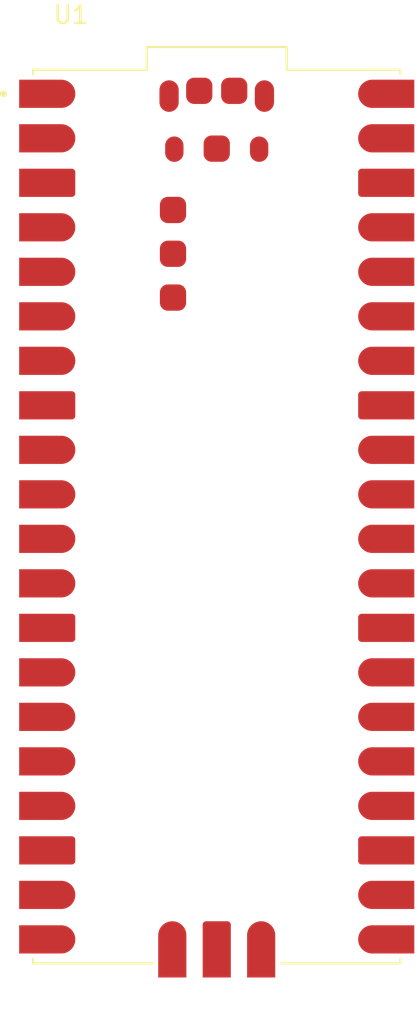
<source format=kicad_pcb>
(kicad_pcb (version 20211014) (generator pcbnew)
  (layers (0 "F.Cu" signal) (31 "B.Cu" signal) (34 "B.Paste" user) (35 "F.Paste" user) (36 "B.SilkS" user "B.Silkscreen") (37 "F.SilkS" user "F.Silkscreen") (38 "B.Mask" user) (39 "F.Mask" user) (44 "Edge.Cuts" user))
  (net 0 "")
  (net 3 "Net-(U1-Pad13)")
  (net 43 "Net-(U1-PadA)")
  (footprint "Rp_Pico_Evaluation_board:MODULE_SC0915" (layer "F.Cu") (at 157.48 88.9)
    (fp_text reference "U1" (at -8.325 -28.635) (layer "F.SilkS"))
    (fp_text value "SC0915")
    (pad "1" smd custom locked (at -9.69 -24.13) (size 1 1) (layers "F.Cu") (options (clearance outline) (anchor rect)) (primitives (gr_poly (pts (xy -1.6 0.8) (xy -1.6 -0.8) (xy 0.8 -0.8) (xy 0.842 -0.799) (xy 0.884 -0.796) (xy 0.925 -0.79) (xy 0.966 -0.783) (xy 1.007 -0.773) (xy 1.047 -0.761) (xy 1.087 -0.747) (xy 1.125 -0.731) (xy 1.163 -0.713) (xy 1.2 -0.693) (xy 1.236 -0.671) (xy 1.27 -0.647) (xy 1.303 -0.622) (xy 1.335 -0.595) (xy 1.366 -0.566) (xy 1.395 -0.535) (xy 1.422 -0.503) (xy 1.447 -0.47) (xy 1.471 -0.436) (xy 1.493 -0.4) (xy 1.513 -0.363) (xy 1.531 -0.325) (xy 1.547 -0.287) (xy 1.561 -0.247) (xy 1.573 -0.207) (xy 1.583 -0.166) (xy 1.59 -0.125) (xy 1.596 -0.084) (xy 1.599 -0.042) (xy 1.6 0) (xy 1.599 0.042) (xy 1.596 0.084) (xy 1.59 0.125) (xy 1.583 0.166) (xy 1.573 0.207) (xy 1.561 0.247) (xy 1.547 0.287) (xy 1.531 0.325) (xy 1.513 0.363) (xy 1.493 0.4) (xy 1.471 0.436) (xy 1.447 0.47) (xy 1.422 0.503) (xy 1.395 0.535) (xy 1.366 0.566) (xy 1.335 0.595) (xy 1.303 0.622) (xy 1.27 0.647) (xy 1.236 0.671) (xy 1.2 0.693) (xy 1.163 0.713) (xy 1.125 0.731) (xy 1.087 0.747) (xy 1.047 0.761) (xy 1.007 0.773) (xy 0.966 0.783) (xy 0.925 0.79) (xy 0.884 0.796) (xy 0.842 0.799) (xy 0.8 0.8) (xy -1.6 0.8)) (width 0.01) (fill yes))))
    (pad "2" smd custom locked (at -9.69 -21.59) (size 1 1) (layers "F.Cu") (options (clearance outline) (anchor rect)) (primitives (gr_poly (pts (xy -1.6 0.8) (xy -1.6 -0.8) (xy 0.8 -0.8) (xy 0.842 -0.799) (xy 0.884 -0.796) (xy 0.925 -0.79) (xy 0.966 -0.783) (xy 1.007 -0.773) (xy 1.047 -0.761) (xy 1.087 -0.747) (xy 1.125 -0.731) (xy 1.163 -0.713) (xy 1.2 -0.693) (xy 1.236 -0.671) (xy 1.27 -0.647) (xy 1.303 -0.622) (xy 1.335 -0.595) (xy 1.366 -0.566) (xy 1.395 -0.535) (xy 1.422 -0.503) (xy 1.447 -0.47) (xy 1.471 -0.436) (xy 1.493 -0.4) (xy 1.513 -0.363) (xy 1.531 -0.325) (xy 1.547 -0.287) (xy 1.561 -0.247) (xy 1.573 -0.207) (xy 1.583 -0.166) (xy 1.59 -0.125) (xy 1.596 -0.084) (xy 1.599 -0.042) (xy 1.6 0) (xy 1.599 0.042) (xy 1.596 0.084) (xy 1.59 0.125) (xy 1.583 0.166) (xy 1.573 0.207) (xy 1.561 0.247) (xy 1.547 0.287) (xy 1.531 0.325) (xy 1.513 0.363) (xy 1.493 0.4) (xy 1.471 0.436) (xy 1.447 0.47) (xy 1.422 0.503) (xy 1.395 0.535) (xy 1.366 0.566) (xy 1.335 0.595) (xy 1.303 0.622) (xy 1.27 0.647) (xy 1.236 0.671) (xy 1.2 0.693) (xy 1.163 0.713) (xy 1.125 0.731) (xy 1.087 0.747) (xy 1.047 0.761) (xy 1.007 0.773) (xy 0.966 0.783) (xy 0.925 0.79) (xy 0.884 0.796) (xy 0.842 0.799) (xy 0.8 0.8) (xy -1.6 0.8)) (width 0.01) (fill yes))))
    (pad "3" smd custom locked (at -9.69 -19.05) (size 1 1) (layers "F.Cu") (net 3 "Net-(U1-Pad13)") (options (clearance outline) (anchor rect)) (primitives (gr_poly (pts (xy -1.6 0.8) (xy -1.6 -0.8) (xy 1.4 -0.8) (xy 1.41 -0.8) (xy 1.421 -0.799) (xy 1.431 -0.798) (xy 1.442 -0.796) (xy 1.452 -0.793) (xy 1.462 -0.79) (xy 1.472 -0.787) (xy 1.481 -0.783) (xy 1.491 -0.778) (xy 1.5 -0.773) (xy 1.509 -0.768) (xy 1.518 -0.762) (xy 1.526 -0.755) (xy 1.534 -0.749) (xy 1.541 -0.741) (xy 1.549 -0.734) (xy 1.555 -0.726) (xy 1.562 -0.718) (xy 1.568 -0.709) (xy 1.573 -0.7) (xy 1.578 -0.691) (xy 1.583 -0.681) (xy 1.587 -0.672) (xy 1.59 -0.662) (xy 1.593 -0.652) (xy 1.596 -0.642) (xy 1.598 -0.631) (xy 1.599 -0.621) (xy 1.6 -0.61) (xy 1.6 -0.6) (xy 1.6 0.6) (xy 1.6 0.61) (xy 1.599 0.621) (xy 1.598 0.631) (xy 1.596 0.642) (xy 1.593 0.652) (xy 1.59 0.662) (xy 1.587 0.672) (xy 1.583 0.681) (xy 1.578 0.691) (xy 1.573 0.7) (xy 1.568 0.709) (xy 1.562 0.718) (xy 1.555 0.726) (xy 1.549 0.734) (xy 1.541 0.741) (xy 1.534 0.749) (xy 1.526 0.755) (xy 1.518 0.762) (xy 1.509 0.768) (xy 1.5 0.773) (xy 1.491 0.778) (xy 1.481 0.783) (xy 1.472 0.787) (xy 1.462 0.79) (xy 1.452 0.793) (xy 1.442 0.796) (xy 1.431 0.798) (xy 1.421 0.799) (xy 1.41 0.8) (xy 1.4 0.8) (xy -1.6 0.8)) (width 0.01) (fill yes))))
    (pad "4" smd custom locked (at -9.69 -16.51) (size 1 1) (layers "F.Cu") (options (clearance outline) (anchor rect)) (primitives (gr_poly (pts (xy -1.6 0.8) (xy -1.6 -0.8) (xy 0.8 -0.8) (xy 0.842 -0.799) (xy 0.884 -0.796) (xy 0.925 -0.79) (xy 0.966 -0.783) (xy 1.007 -0.773) (xy 1.047 -0.761) (xy 1.087 -0.747) (xy 1.125 -0.731) (xy 1.163 -0.713) (xy 1.2 -0.693) (xy 1.236 -0.671) (xy 1.27 -0.647) (xy 1.303 -0.622) (xy 1.335 -0.595) (xy 1.366 -0.566) (xy 1.395 -0.535) (xy 1.422 -0.503) (xy 1.447 -0.47) (xy 1.471 -0.436) (xy 1.493 -0.4) (xy 1.513 -0.363) (xy 1.531 -0.325) (xy 1.547 -0.287) (xy 1.561 -0.247) (xy 1.573 -0.207) (xy 1.583 -0.166) (xy 1.59 -0.125) (xy 1.596 -0.084) (xy 1.599 -0.042) (xy 1.6 0) (xy 1.599 0.042) (xy 1.596 0.084) (xy 1.59 0.125) (xy 1.583 0.166) (xy 1.573 0.207) (xy 1.561 0.247) (xy 1.547 0.287) (xy 1.531 0.325) (xy 1.513 0.363) (xy 1.493 0.4) (xy 1.471 0.436) (xy 1.447 0.47) (xy 1.422 0.503) (xy 1.395 0.535) (xy 1.366 0.566) (xy 1.335 0.595) (xy 1.303 0.622) (xy 1.27 0.647) (xy 1.236 0.671) (xy 1.2 0.693) (xy 1.163 0.713) (xy 1.125 0.731) (xy 1.087 0.747) (xy 1.047 0.761) (xy 1.007 0.773) (xy 0.966 0.783) (xy 0.925 0.79) (xy 0.884 0.796) (xy 0.842 0.799) (xy 0.8 0.8) (xy -1.6 0.8)) (width 0.01) (fill yes))))
    (pad "5" smd custom locked (at -9.69 -13.97) (size 1 1) (layers "F.Cu") (options (clearance outline) (anchor rect)) (primitives (gr_poly (pts (xy -1.6 0.8) (xy -1.6 -0.8) (xy 0.8 -0.8) (xy 0.842 -0.799) (xy 0.884 -0.796) (xy 0.925 -0.79) (xy 0.966 -0.783) (xy 1.007 -0.773) (xy 1.047 -0.761) (xy 1.087 -0.747) (xy 1.125 -0.731) (xy 1.163 -0.713) (xy 1.2 -0.693) (xy 1.236 -0.671) (xy 1.27 -0.647) (xy 1.303 -0.622) (xy 1.335 -0.595) (xy 1.366 -0.566) (xy 1.395 -0.535) (xy 1.422 -0.503) (xy 1.447 -0.47) (xy 1.471 -0.436) (xy 1.493 -0.4) (xy 1.513 -0.363) (xy 1.531 -0.325) (xy 1.547 -0.287) (xy 1.561 -0.247) (xy 1.573 -0.207) (xy 1.583 -0.166) (xy 1.59 -0.125) (xy 1.596 -0.084) (xy 1.599 -0.042) (xy 1.6 0) (xy 1.599 0.042) (xy 1.596 0.084) (xy 1.59 0.125) (xy 1.583 0.166) (xy 1.573 0.207) (xy 1.561 0.247) (xy 1.547 0.287) (xy 1.531 0.325) (xy 1.513 0.363) (xy 1.493 0.4) (xy 1.471 0.436) (xy 1.447 0.47) (xy 1.422 0.503) (xy 1.395 0.535) (xy 1.366 0.566) (xy 1.335 0.595) (xy 1.303 0.622) (xy 1.27 0.647) (xy 1.236 0.671) (xy 1.2 0.693) (xy 1.163 0.713) (xy 1.125 0.731) (xy 1.087 0.747) (xy 1.047 0.761) (xy 1.007 0.773) (xy 0.966 0.783) (xy 0.925 0.79) (xy 0.884 0.796) (xy 0.842 0.799) (xy 0.8 0.8) (xy -1.6 0.8)) (width 0.01) (fill yes))))
    (pad "6" smd custom locked (at -9.69 -11.43) (size 1 1) (layers "F.Cu") (options (clearance outline) (anchor rect)) (primitives (gr_poly (pts (xy -1.6 0.8) (xy -1.6 -0.8) (xy 0.8 -0.8) (xy 0.842 -0.799) (xy 0.884 -0.796) (xy 0.925 -0.79) (xy 0.966 -0.783) (xy 1.007 -0.773) (xy 1.047 -0.761) (xy 1.087 -0.747) (xy 1.125 -0.731) (xy 1.163 -0.713) (xy 1.2 -0.693) (xy 1.236 -0.671) (xy 1.27 -0.647) (xy 1.303 -0.622) (xy 1.335 -0.595) (xy 1.366 -0.566) (xy 1.395 -0.535) (xy 1.422 -0.503) (xy 1.447 -0.47) (xy 1.471 -0.436) (xy 1.493 -0.4) (xy 1.513 -0.363) (xy 1.531 -0.325) (xy 1.547 -0.287) (xy 1.561 -0.247) (xy 1.573 -0.207) (xy 1.583 -0.166) (xy 1.59 -0.125) (xy 1.596 -0.084) (xy 1.599 -0.042) (xy 1.6 0) (xy 1.599 0.042) (xy 1.596 0.084) (xy 1.59 0.125) (xy 1.583 0.166) (xy 1.573 0.207) (xy 1.561 0.247) (xy 1.547 0.287) (xy 1.531 0.325) (xy 1.513 0.363) (xy 1.493 0.4) (xy 1.471 0.436) (xy 1.447 0.47) (xy 1.422 0.503) (xy 1.395 0.535) (xy 1.366 0.566) (xy 1.335 0.595) (xy 1.303 0.622) (xy 1.27 0.647) (xy 1.236 0.671) (xy 1.2 0.693) (xy 1.163 0.713) (xy 1.125 0.731) (xy 1.087 0.747) (xy 1.047 0.761) (xy 1.007 0.773) (xy 0.966 0.783) (xy 0.925 0.79) (xy 0.884 0.796) (xy 0.842 0.799) (xy 0.8 0.8) (xy -1.6 0.8)) (width 0.01) (fill yes))))
    (pad "7" smd custom locked (at -9.69 -8.89) (size 1 1) (layers "F.Cu") (options (clearance outline) (anchor rect)) (primitives (gr_poly (pts (xy -1.6 0.8) (xy -1.6 -0.8) (xy 0.8 -0.8) (xy 0.842 -0.799) (xy 0.884 -0.796) (xy 0.925 -0.79) (xy 0.966 -0.783) (xy 1.007 -0.773) (xy 1.047 -0.761) (xy 1.087 -0.747) (xy 1.125 -0.731) (xy 1.163 -0.713) (xy 1.2 -0.693) (xy 1.236 -0.671) (xy 1.27 -0.647) (xy 1.303 -0.622) (xy 1.335 -0.595) (xy 1.366 -0.566) (xy 1.395 -0.535) (xy 1.422 -0.503) (xy 1.447 -0.47) (xy 1.471 -0.436) (xy 1.493 -0.4) (xy 1.513 -0.363) (xy 1.531 -0.325) (xy 1.547 -0.287) (xy 1.561 -0.247) (xy 1.573 -0.207) (xy 1.583 -0.166) (xy 1.59 -0.125) (xy 1.596 -0.084) (xy 1.599 -0.042) (xy 1.6 0) (xy 1.599 0.042) (xy 1.596 0.084) (xy 1.59 0.125) (xy 1.583 0.166) (xy 1.573 0.207) (xy 1.561 0.247) (xy 1.547 0.287) (xy 1.531 0.325) (xy 1.513 0.363) (xy 1.493 0.4) (xy 1.471 0.436) (xy 1.447 0.47) (xy 1.422 0.503) (xy 1.395 0.535) (xy 1.366 0.566) (xy 1.335 0.595) (xy 1.303 0.622) (xy 1.27 0.647) (xy 1.236 0.671) (xy 1.2 0.693) (xy 1.163 0.713) (xy 1.125 0.731) (xy 1.087 0.747) (xy 1.047 0.761) (xy 1.007 0.773) (xy 0.966 0.783) (xy 0.925 0.79) (xy 0.884 0.796) (xy 0.842 0.799) (xy 0.8 0.8) (xy -1.6 0.8)) (width 0.01) (fill yes))))
    (pad "8" smd custom locked (at -9.69 -6.35) (size 1 1) (layers "F.Cu") (net 3 "Net-(U1-Pad13)") (options (clearance outline) (anchor rect)) (primitives (gr_poly (pts (xy -1.6 0.8) (xy -1.6 -0.8) (xy 1.4 -0.8) (xy 1.41 -0.8) (xy 1.421 -0.799) (xy 1.431 -0.798) (xy 1.442 -0.796) (xy 1.452 -0.793) (xy 1.462 -0.79) (xy 1.472 -0.787) (xy 1.481 -0.783) (xy 1.491 -0.778) (xy 1.5 -0.773) (xy 1.509 -0.768) (xy 1.518 -0.762) (xy 1.526 -0.755) (xy 1.534 -0.749) (xy 1.541 -0.741) (xy 1.549 -0.734) (xy 1.555 -0.726) (xy 1.562 -0.718) (xy 1.568 -0.709) (xy 1.573 -0.7) (xy 1.578 -0.691) (xy 1.583 -0.681) (xy 1.587 -0.672) (xy 1.59 -0.662) (xy 1.593 -0.652) (xy 1.596 -0.642) (xy 1.598 -0.631) (xy 1.599 -0.621) (xy 1.6 -0.61) (xy 1.6 -0.6) (xy 1.6 0.6) (xy 1.6 0.61) (xy 1.599 0.621) (xy 1.598 0.631) (xy 1.596 0.642) (xy 1.593 0.652) (xy 1.59 0.662) (xy 1.587 0.672) (xy 1.583 0.681) (xy 1.578 0.691) (xy 1.573 0.7) (xy 1.568 0.709) (xy 1.562 0.718) (xy 1.555 0.726) (xy 1.549 0.734) (xy 1.541 0.741) (xy 1.534 0.749) (xy 1.526 0.755) (xy 1.518 0.762) (xy 1.509 0.768) (xy 1.5 0.773) (xy 1.491 0.778) (xy 1.481 0.783) (xy 1.472 0.787) (xy 1.462 0.79) (xy 1.452 0.793) (xy 1.442 0.796) (xy 1.431 0.798) (xy 1.421 0.799) (xy 1.41 0.8) (xy 1.4 0.8) (xy -1.6 0.8)) (width 0.01) (fill yes))))
    (pad "9" smd custom locked (at -9.69 -3.81) (size 1 1) (layers "F.Cu") (options (clearance outline) (anchor rect)) (primitives (gr_poly (pts (xy -1.6 0.8) (xy -1.6 -0.8) (xy 0.8 -0.8) (xy 0.842 -0.799) (xy 0.884 -0.796) (xy 0.925 -0.79) (xy 0.966 -0.783) (xy 1.007 -0.773) (xy 1.047 -0.761) (xy 1.087 -0.747) (xy 1.125 -0.731) (xy 1.163 -0.713) (xy 1.2 -0.693) (xy 1.236 -0.671) (xy 1.27 -0.647) (xy 1.303 -0.622) (xy 1.335 -0.595) (xy 1.366 -0.566) (xy 1.395 -0.535) (xy 1.422 -0.503) (xy 1.447 -0.47) (xy 1.471 -0.436) (xy 1.493 -0.4) (xy 1.513 -0.363) (xy 1.531 -0.325) (xy 1.547 -0.287) (xy 1.561 -0.247) (xy 1.573 -0.207) (xy 1.583 -0.166) (xy 1.59 -0.125) (xy 1.596 -0.084) (xy 1.599 -0.042) (xy 1.6 0) (xy 1.599 0.042) (xy 1.596 0.084) (xy 1.59 0.125) (xy 1.583 0.166) (xy 1.573 0.207) (xy 1.561 0.247) (xy 1.547 0.287) (xy 1.531 0.325) (xy 1.513 0.363) (xy 1.493 0.4) (xy 1.471 0.436) (xy 1.447 0.47) (xy 1.422 0.503) (xy 1.395 0.535) (xy 1.366 0.566) (xy 1.335 0.595) (xy 1.303 0.622) (xy 1.27 0.647) (xy 1.236 0.671) (xy 1.2 0.693) (xy 1.163 0.713) (xy 1.125 0.731) (xy 1.087 0.747) (xy 1.047 0.761) (xy 1.007 0.773) (xy 0.966 0.783) (xy 0.925 0.79) (xy 0.884 0.796) (xy 0.842 0.799) (xy 0.8 0.8) (xy -1.6 0.8)) (width 0.01) (fill yes))))
    (pad "10" smd custom locked (at -9.69 -1.27) (size 1 1) (layers "F.Cu") (options (clearance outline) (anchor rect)) (primitives (gr_poly (pts (xy -1.6 0.8) (xy -1.6 -0.8) (xy 0.8 -0.8) (xy 0.842 -0.799) (xy 0.884 -0.796) (xy 0.925 -0.79) (xy 0.966 -0.783) (xy 1.007 -0.773) (xy 1.047 -0.761) (xy 1.087 -0.747) (xy 1.125 -0.731) (xy 1.163 -0.713) (xy 1.2 -0.693) (xy 1.236 -0.671) (xy 1.27 -0.647) (xy 1.303 -0.622) (xy 1.335 -0.595) (xy 1.366 -0.566) (xy 1.395 -0.535) (xy 1.422 -0.503) (xy 1.447 -0.47) (xy 1.471 -0.436) (xy 1.493 -0.4) (xy 1.513 -0.363) (xy 1.531 -0.325) (xy 1.547 -0.287) (xy 1.561 -0.247) (xy 1.573 -0.207) (xy 1.583 -0.166) (xy 1.59 -0.125) (xy 1.596 -0.084) (xy 1.599 -0.042) (xy 1.6 0) (xy 1.599 0.042) (xy 1.596 0.084) (xy 1.59 0.125) (xy 1.583 0.166) (xy 1.573 0.207) (xy 1.561 0.247) (xy 1.547 0.287) (xy 1.531 0.325) (xy 1.513 0.363) (xy 1.493 0.4) (xy 1.471 0.436) (xy 1.447 0.47) (xy 1.422 0.503) (xy 1.395 0.535) (xy 1.366 0.566) (xy 1.335 0.595) (xy 1.303 0.622) (xy 1.27 0.647) (xy 1.236 0.671) (xy 1.2 0.693) (xy 1.163 0.713) (xy 1.125 0.731) (xy 1.087 0.747) (xy 1.047 0.761) (xy 1.007 0.773) (xy 0.966 0.783) (xy 0.925 0.79) (xy 0.884 0.796) (xy 0.842 0.799) (xy 0.8 0.8) (xy -1.6 0.8)) (width 0.01) (fill yes))))
    (pad "11" smd custom locked (at -9.69 1.27) (size 1 1) (layers "F.Cu") (options (clearance outline) (anchor rect)) (primitives (gr_poly (pts (xy -1.6 0.8) (xy -1.6 -0.8) (xy 0.8 -0.8) (xy 0.842 -0.799) (xy 0.884 -0.796) (xy 0.925 -0.79) (xy 0.966 -0.783) (xy 1.007 -0.773) (xy 1.047 -0.761) (xy 1.087 -0.747) (xy 1.125 -0.731) (xy 1.163 -0.713) (xy 1.2 -0.693) (xy 1.236 -0.671) (xy 1.27 -0.647) (xy 1.303 -0.622) (xy 1.335 -0.595) (xy 1.366 -0.566) (xy 1.395 -0.535) (xy 1.422 -0.503) (xy 1.447 -0.47) (xy 1.471 -0.436) (xy 1.493 -0.4) (xy 1.513 -0.363) (xy 1.531 -0.325) (xy 1.547 -0.287) (xy 1.561 -0.247) (xy 1.573 -0.207) (xy 1.583 -0.166) (xy 1.59 -0.125) (xy 1.596 -0.084) (xy 1.599 -0.042) (xy 1.6 0) (xy 1.599 0.042) (xy 1.596 0.084) (xy 1.59 0.125) (xy 1.583 0.166) (xy 1.573 0.207) (xy 1.561 0.247) (xy 1.547 0.287) (xy 1.531 0.325) (xy 1.513 0.363) (xy 1.493 0.4) (xy 1.471 0.436) (xy 1.447 0.47) (xy 1.422 0.503) (xy 1.395 0.535) (xy 1.366 0.566) (xy 1.335 0.595) (xy 1.303 0.622) (xy 1.27 0.647) (xy 1.236 0.671) (xy 1.2 0.693) (xy 1.163 0.713) (xy 1.125 0.731) (xy 1.087 0.747) (xy 1.047 0.761) (xy 1.007 0.773) (xy 0.966 0.783) (xy 0.925 0.79) (xy 0.884 0.796) (xy 0.842 0.799) (xy 0.8 0.8) (xy -1.6 0.8)) (width 0.01) (fill yes))))
    (pad "12" smd custom locked (at -9.69 3.81) (size 1 1) (layers "F.Cu") (options (clearance outline) (anchor rect)) (primitives (gr_poly (pts (xy -1.6 0.8) (xy -1.6 -0.8) (xy 0.8 -0.8) (xy 0.842 -0.799) (xy 0.884 -0.796) (xy 0.925 -0.79) (xy 0.966 -0.783) (xy 1.007 -0.773) (xy 1.047 -0.761) (xy 1.087 -0.747) (xy 1.125 -0.731) (xy 1.163 -0.713) (xy 1.2 -0.693) (xy 1.236 -0.671) (xy 1.27 -0.647) (xy 1.303 -0.622) (xy 1.335 -0.595) (xy 1.366 -0.566) (xy 1.395 -0.535) (xy 1.422 -0.503) (xy 1.447 -0.47) (xy 1.471 -0.436) (xy 1.493 -0.4) (xy 1.513 -0.363) (xy 1.531 -0.325) (xy 1.547 -0.287) (xy 1.561 -0.247) (xy 1.573 -0.207) (xy 1.583 -0.166) (xy 1.59 -0.125) (xy 1.596 -0.084) (xy 1.599 -0.042) (xy 1.6 0) (xy 1.599 0.042) (xy 1.596 0.084) (xy 1.59 0.125) (xy 1.583 0.166) (xy 1.573 0.207) (xy 1.561 0.247) (xy 1.547 0.287) (xy 1.531 0.325) (xy 1.513 0.363) (xy 1.493 0.4) (xy 1.471 0.436) (xy 1.447 0.47) (xy 1.422 0.503) (xy 1.395 0.535) (xy 1.366 0.566) (xy 1.335 0.595) (xy 1.303 0.622) (xy 1.27 0.647) (xy 1.236 0.671) (xy 1.2 0.693) (xy 1.163 0.713) (xy 1.125 0.731) (xy 1.087 0.747) (xy 1.047 0.761) (xy 1.007 0.773) (xy 0.966 0.783) (xy 0.925 0.79) (xy 0.884 0.796) (xy 0.842 0.799) (xy 0.8 0.8) (xy -1.6 0.8)) (width 0.01) (fill yes))))
    (pad "13" smd custom locked (at -9.69 6.35) (size 1 1) (layers "F.Cu") (net 3 "Net-(U1-Pad13)") (options (clearance outline) (anchor rect)) (primitives (gr_poly (pts (xy -1.6 0.8) (xy -1.6 -0.8) (xy 1.4 -0.8) (xy 1.41 -0.8) (xy 1.421 -0.799) (xy 1.431 -0.798) (xy 1.442 -0.796) (xy 1.452 -0.793) (xy 1.462 -0.79) (xy 1.472 -0.787) (xy 1.481 -0.783) (xy 1.491 -0.778) (xy 1.5 -0.773) (xy 1.509 -0.768) (xy 1.518 -0.762) (xy 1.526 -0.755) (xy 1.534 -0.749) (xy 1.541 -0.741) (xy 1.549 -0.734) (xy 1.555 -0.726) (xy 1.562 -0.718) (xy 1.568 -0.709) (xy 1.573 -0.7) (xy 1.578 -0.691) (xy 1.583 -0.681) (xy 1.587 -0.672) (xy 1.59 -0.662) (xy 1.593 -0.652) (xy 1.596 -0.642) (xy 1.598 -0.631) (xy 1.599 -0.621) (xy 1.6 -0.61) (xy 1.6 -0.6) (xy 1.6 0.6) (xy 1.6 0.61) (xy 1.599 0.621) (xy 1.598 0.631) (xy 1.596 0.642) (xy 1.593 0.652) (xy 1.59 0.662) (xy 1.587 0.672) (xy 1.583 0.681) (xy 1.578 0.691) (xy 1.573 0.7) (xy 1.568 0.709) (xy 1.562 0.718) (xy 1.555 0.726) (xy 1.549 0.734) (xy 1.541 0.741) (xy 1.534 0.749) (xy 1.526 0.755) (xy 1.518 0.762) (xy 1.509 0.768) (xy 1.5 0.773) (xy 1.491 0.778) (xy 1.481 0.783) (xy 1.472 0.787) (xy 1.462 0.79) (xy 1.452 0.793) (xy 1.442 0.796) (xy 1.431 0.798) (xy 1.421 0.799) (xy 1.41 0.8) (xy 1.4 0.8) (xy -1.6 0.8)) (width 0.01) (fill yes))))
    (pad "14" smd custom locked (at -9.69 8.89) (size 1 1) (layers "F.Cu") (options (clearance outline) (anchor rect)) (primitives (gr_poly (pts (xy -1.6 0.8) (xy -1.6 -0.8) (xy 0.8 -0.8) (xy 0.842 -0.799) (xy 0.884 -0.796) (xy 0.925 -0.79) (xy 0.966 -0.783) (xy 1.007 -0.773) (xy 1.047 -0.761) (xy 1.087 -0.747) (xy 1.125 -0.731) (xy 1.163 -0.713) (xy 1.2 -0.693) (xy 1.236 -0.671) (xy 1.27 -0.647) (xy 1.303 -0.622) (xy 1.335 -0.595) (xy 1.366 -0.566) (xy 1.395 -0.535) (xy 1.422 -0.503) (xy 1.447 -0.47) (xy 1.471 -0.436) (xy 1.493 -0.4) (xy 1.513 -0.363) (xy 1.531 -0.325) (xy 1.547 -0.287) (xy 1.561 -0.247) (xy 1.573 -0.207) (xy 1.583 -0.166) (xy 1.59 -0.125) (xy 1.596 -0.084) (xy 1.599 -0.042) (xy 1.6 0) (xy 1.599 0.042) (xy 1.596 0.084) (xy 1.59 0.125) (xy 1.583 0.166) (xy 1.573 0.207) (xy 1.561 0.247) (xy 1.547 0.287) (xy 1.531 0.325) (xy 1.513 0.363) (xy 1.493 0.4) (xy 1.471 0.436) (xy 1.447 0.47) (xy 1.422 0.503) (xy 1.395 0.535) (xy 1.366 0.566) (xy 1.335 0.595) (xy 1.303 0.622) (xy 1.27 0.647) (xy 1.236 0.671) (xy 1.2 0.693) (xy 1.163 0.713) (xy 1.125 0.731) (xy 1.087 0.747) (xy 1.047 0.761) (xy 1.007 0.773) (xy 0.966 0.783) (xy 0.925 0.79) (xy 0.884 0.796) (xy 0.842 0.799) (xy 0.8 0.8) (xy -1.6 0.8)) (width 0.01) (fill yes))))
    (pad "15" smd custom locked (at -9.69 11.43) (size 1 1) (layers "F.Cu") (options (clearance outline) (anchor rect)) (primitives (gr_poly (pts (xy -1.6 0.8) (xy -1.6 -0.8) (xy 0.8 -0.8) (xy 0.842 -0.799) (xy 0.884 -0.796) (xy 0.925 -0.79) (xy 0.966 -0.783) (xy 1.007 -0.773) (xy 1.047 -0.761) (xy 1.087 -0.747) (xy 1.125 -0.731) (xy 1.163 -0.713) (xy 1.2 -0.693) (xy 1.236 -0.671) (xy 1.27 -0.647) (xy 1.303 -0.622) (xy 1.335 -0.595) (xy 1.366 -0.566) (xy 1.395 -0.535) (xy 1.422 -0.503) (xy 1.447 -0.47) (xy 1.471 -0.436) (xy 1.493 -0.4) (xy 1.513 -0.363) (xy 1.531 -0.325) (xy 1.547 -0.287) (xy 1.561 -0.247) (xy 1.573 -0.207) (xy 1.583 -0.166) (xy 1.59 -0.125) (xy 1.596 -0.084) (xy 1.599 -0.042) (xy 1.6 0) (xy 1.599 0.042) (xy 1.596 0.084) (xy 1.59 0.125) (xy 1.583 0.166) (xy 1.573 0.207) (xy 1.561 0.247) (xy 1.547 0.287) (xy 1.531 0.325) (xy 1.513 0.363) (xy 1.493 0.4) (xy 1.471 0.436) (xy 1.447 0.47) (xy 1.422 0.503) (xy 1.395 0.535) (xy 1.366 0.566) (xy 1.335 0.595) (xy 1.303 0.622) (xy 1.27 0.647) (xy 1.236 0.671) (xy 1.2 0.693) (xy 1.163 0.713) (xy 1.125 0.731) (xy 1.087 0.747) (xy 1.047 0.761) (xy 1.007 0.773) (xy 0.966 0.783) (xy 0.925 0.79) (xy 0.884 0.796) (xy 0.842 0.799) (xy 0.8 0.8) (xy -1.6 0.8)) (width 0.01) (fill yes))))
    (pad "16" smd custom locked (at -9.69 13.97) (size 1 1) (layers "F.Cu") (options (clearance outline) (anchor rect)) (primitives (gr_poly (pts (xy -1.6 0.8) (xy -1.6 -0.8) (xy 0.8 -0.8) (xy 0.842 -0.799) (xy 0.884 -0.796) (xy 0.925 -0.79) (xy 0.966 -0.783) (xy 1.007 -0.773) (xy 1.047 -0.761) (xy 1.087 -0.747) (xy 1.125 -0.731) (xy 1.163 -0.713) (xy 1.2 -0.693) (xy 1.236 -0.671) (xy 1.27 -0.647) (xy 1.303 -0.622) (xy 1.335 -0.595) (xy 1.366 -0.566) (xy 1.395 -0.535) (xy 1.422 -0.503) (xy 1.447 -0.47) (xy 1.471 -0.436) (xy 1.493 -0.4) (xy 1.513 -0.363) (xy 1.531 -0.325) (xy 1.547 -0.287) (xy 1.561 -0.247) (xy 1.573 -0.207) (xy 1.583 -0.166) (xy 1.59 -0.125) (xy 1.596 -0.084) (xy 1.599 -0.042) (xy 1.6 0) (xy 1.599 0.042) (xy 1.596 0.084) (xy 1.59 0.125) (xy 1.583 0.166) (xy 1.573 0.207) (xy 1.561 0.247) (xy 1.547 0.287) (xy 1.531 0.325) (xy 1.513 0.363) (xy 1.493 0.4) (xy 1.471 0.436) (xy 1.447 0.47) (xy 1.422 0.503) (xy 1.395 0.535) (xy 1.366 0.566) (xy 1.335 0.595) (xy 1.303 0.622) (xy 1.27 0.647) (xy 1.236 0.671) (xy 1.2 0.693) (xy 1.163 0.713) (xy 1.125 0.731) (xy 1.087 0.747) (xy 1.047 0.761) (xy 1.007 0.773) (xy 0.966 0.783) (xy 0.925 0.79) (xy 0.884 0.796) (xy 0.842 0.799) (xy 0.8 0.8) (xy -1.6 0.8)) (width 0.01) (fill yes))))
    (pad "17" smd custom locked (at -9.69 16.51) (size 1 1) (layers "F.Cu") (options (clearance outline) (anchor rect)) (primitives (gr_poly (pts (xy -1.6 0.8) (xy -1.6 -0.8) (xy 0.8 -0.8) (xy 0.842 -0.799) (xy 0.884 -0.796) (xy 0.925 -0.79) (xy 0.966 -0.783) (xy 1.007 -0.773) (xy 1.047 -0.761) (xy 1.087 -0.747) (xy 1.125 -0.731) (xy 1.163 -0.713) (xy 1.2 -0.693) (xy 1.236 -0.671) (xy 1.27 -0.647) (xy 1.303 -0.622) (xy 1.335 -0.595) (xy 1.366 -0.566) (xy 1.395 -0.535) (xy 1.422 -0.503) (xy 1.447 -0.47) (xy 1.471 -0.436) (xy 1.493 -0.4) (xy 1.513 -0.363) (xy 1.531 -0.325) (xy 1.547 -0.287) (xy 1.561 -0.247) (xy 1.573 -0.207) (xy 1.583 -0.166) (xy 1.59 -0.125) (xy 1.596 -0.084) (xy 1.599 -0.042) (xy 1.6 0) (xy 1.599 0.042) (xy 1.596 0.084) (xy 1.59 0.125) (xy 1.583 0.166) (xy 1.573 0.207) (xy 1.561 0.247) (xy 1.547 0.287) (xy 1.531 0.325) (xy 1.513 0.363) (xy 1.493 0.4) (xy 1.471 0.436) (xy 1.447 0.47) (xy 1.422 0.503) (xy 1.395 0.535) (xy 1.366 0.566) (xy 1.335 0.595) (xy 1.303 0.622) (xy 1.27 0.647) (xy 1.236 0.671) (xy 1.2 0.693) (xy 1.163 0.713) (xy 1.125 0.731) (xy 1.087 0.747) (xy 1.047 0.761) (xy 1.007 0.773) (xy 0.966 0.783) (xy 0.925 0.79) (xy 0.884 0.796) (xy 0.842 0.799) (xy 0.8 0.8) (xy -1.6 0.8)) (width 0.01) (fill yes))))
    (pad "18" smd custom locked (at -9.69 19.05) (size 1 1) (layers "F.Cu") (net 3 "Net-(U1-Pad13)") (options (clearance outline) (anchor rect)) (primitives (gr_poly (pts (xy -1.6 0.8) (xy -1.6 -0.8) (xy 1.4 -0.8) (xy 1.41 -0.8) (xy 1.421 -0.799) (xy 1.431 -0.798) (xy 1.442 -0.796) (xy 1.452 -0.793) (xy 1.462 -0.79) (xy 1.472 -0.787) (xy 1.481 -0.783) (xy 1.491 -0.778) (xy 1.5 -0.773) (xy 1.509 -0.768) (xy 1.518 -0.762) (xy 1.526 -0.755) (xy 1.534 -0.749) (xy 1.541 -0.741) (xy 1.549 -0.734) (xy 1.555 -0.726) (xy 1.562 -0.718) (xy 1.568 -0.709) (xy 1.573 -0.7) (xy 1.578 -0.691) (xy 1.583 -0.681) (xy 1.587 -0.672) (xy 1.59 -0.662) (xy 1.593 -0.652) (xy 1.596 -0.642) (xy 1.598 -0.631) (xy 1.599 -0.621) (xy 1.6 -0.61) (xy 1.6 -0.6) (xy 1.6 0.6) (xy 1.6 0.61) (xy 1.599 0.621) (xy 1.598 0.631) (xy 1.596 0.642) (xy 1.593 0.652) (xy 1.59 0.662) (xy 1.587 0.672) (xy 1.583 0.681) (xy 1.578 0.691) (xy 1.573 0.7) (xy 1.568 0.709) (xy 1.562 0.718) (xy 1.555 0.726) (xy 1.549 0.734) (xy 1.541 0.741) (xy 1.534 0.749) (xy 1.526 0.755) (xy 1.518 0.762) (xy 1.509 0.768) (xy 1.5 0.773) (xy 1.491 0.778) (xy 1.481 0.783) (xy 1.472 0.787) (xy 1.462 0.79) (xy 1.452 0.793) (xy 1.442 0.796) (xy 1.431 0.798) (xy 1.421 0.799) (xy 1.41 0.8) (xy 1.4 0.8) (xy -1.6 0.8)) (width 0.01) (fill yes))))
    (pad "19" smd custom locked (at -9.69 21.59) (size 1 1) (layers "F.Cu") (options (clearance outline) (anchor rect)) (primitives (gr_poly (pts (xy -1.6 0.8) (xy -1.6 -0.8) (xy 0.8 -0.8) (xy 0.842 -0.799) (xy 0.884 -0.796) (xy 0.925 -0.79) (xy 0.966 -0.783) (xy 1.007 -0.773) (xy 1.047 -0.761) (xy 1.087 -0.747) (xy 1.125 -0.731) (xy 1.163 -0.713) (xy 1.2 -0.693) (xy 1.236 -0.671) (xy 1.27 -0.647) (xy 1.303 -0.622) (xy 1.335 -0.595) (xy 1.366 -0.566) (xy 1.395 -0.535) (xy 1.422 -0.503) (xy 1.447 -0.47) (xy 1.471 -0.436) (xy 1.493 -0.4) (xy 1.513 -0.363) (xy 1.531 -0.325) (xy 1.547 -0.287) (xy 1.561 -0.247) (xy 1.573 -0.207) (xy 1.583 -0.166) (xy 1.59 -0.125) (xy 1.596 -0.084) (xy 1.599 -0.042) (xy 1.6 0) (xy 1.599 0.042) (xy 1.596 0.084) (xy 1.59 0.125) (xy 1.583 0.166) (xy 1.573 0.207) (xy 1.561 0.247) (xy 1.547 0.287) (xy 1.531 0.325) (xy 1.513 0.363) (xy 1.493 0.4) (xy 1.471 0.436) (xy 1.447 0.47) (xy 1.422 0.503) (xy 1.395 0.535) (xy 1.366 0.566) (xy 1.335 0.595) (xy 1.303 0.622) (xy 1.27 0.647) (xy 1.236 0.671) (xy 1.2 0.693) (xy 1.163 0.713) (xy 1.125 0.731) (xy 1.087 0.747) (xy 1.047 0.761) (xy 1.007 0.773) (xy 0.966 0.783) (xy 0.925 0.79) (xy 0.884 0.796) (xy 0.842 0.799) (xy 0.8 0.8) (xy -1.6 0.8)) (width 0.01) (fill yes))))
    (pad "20" smd custom locked (at -9.69 24.13) (size 1 1) (layers "F.Cu") (options (clearance outline) (anchor rect)) (primitives (gr_poly (pts (xy -1.6 0.8) (xy -1.6 -0.8) (xy 0.8 -0.8) (xy 0.842 -0.799) (xy 0.884 -0.796) (xy 0.925 -0.79) (xy 0.966 -0.783) (xy 1.007 -0.773) (xy 1.047 -0.761) (xy 1.087 -0.747) (xy 1.125 -0.731) (xy 1.163 -0.713) (xy 1.2 -0.693) (xy 1.236 -0.671) (xy 1.27 -0.647) (xy 1.303 -0.622) (xy 1.335 -0.595) (xy 1.366 -0.566) (xy 1.395 -0.535) (xy 1.422 -0.503) (xy 1.447 -0.47) (xy 1.471 -0.436) (xy 1.493 -0.4) (xy 1.513 -0.363) (xy 1.531 -0.325) (xy 1.547 -0.287) (xy 1.561 -0.247) (xy 1.573 -0.207) (xy 1.583 -0.166) (xy 1.59 -0.125) (xy 1.596 -0.084) (xy 1.599 -0.042) (xy 1.6 0) (xy 1.599 0.042) (xy 1.596 0.084) (xy 1.59 0.125) (xy 1.583 0.166) (xy 1.573 0.207) (xy 1.561 0.247) (xy 1.547 0.287) (xy 1.531 0.325) (xy 1.513 0.363) (xy 1.493 0.4) (xy 1.471 0.436) (xy 1.447 0.47) (xy 1.422 0.503) (xy 1.395 0.535) (xy 1.366 0.566) (xy 1.335 0.595) (xy 1.303 0.622) (xy 1.27 0.647) (xy 1.236 0.671) (xy 1.2 0.693) (xy 1.163 0.713) (xy 1.125 0.731) (xy 1.087 0.747) (xy 1.047 0.761) (xy 1.007 0.773) (xy 0.966 0.783) (xy 0.925 0.79) (xy 0.884 0.796) (xy 0.842 0.799) (xy 0.8 0.8) (xy -1.6 0.8)) (width 0.01) (fill yes))))
    (pad "21" smd custom locked (at 9.69 24.13) (size 1 1) (layers "F.Cu") (options (clearance outline) (anchor rect)) (primitives (gr_poly (pts (xy 1.6 0.8) (xy 1.6 -0.8) (xy -0.8 -0.8) (xy -0.842 -0.799) (xy -0.884 -0.796) (xy -0.925 -0.79) (xy -0.966 -0.783) (xy -1.007 -0.773) (xy -1.047 -0.761) (xy -1.087 -0.747) (xy -1.125 -0.731) (xy -1.163 -0.713) (xy -1.2 -0.693) (xy -1.236 -0.671) (xy -1.27 -0.647) (xy -1.303 -0.622) (xy -1.335 -0.595) (xy -1.366 -0.566) (xy -1.395 -0.535) (xy -1.422 -0.503) (xy -1.447 -0.47) (xy -1.471 -0.436) (xy -1.493 -0.4) (xy -1.513 -0.363) (xy -1.531 -0.325) (xy -1.547 -0.287) (xy -1.561 -0.247) (xy -1.573 -0.207) (xy -1.583 -0.166) (xy -1.59 -0.125) (xy -1.596 -0.084) (xy -1.599 -0.042) (xy -1.6 0) (xy -1.599 0.042) (xy -1.596 0.084) (xy -1.59 0.125) (xy -1.583 0.166) (xy -1.573 0.207) (xy -1.561 0.247) (xy -1.547 0.287) (xy -1.531 0.325) (xy -1.513 0.363) (xy -1.493 0.4) (xy -1.471 0.436) (xy -1.447 0.47) (xy -1.422 0.503) (xy -1.395 0.535) (xy -1.366 0.566) (xy -1.335 0.595) (xy -1.303 0.622) (xy -1.27 0.647) (xy -1.236 0.671) (xy -1.2 0.693) (xy -1.163 0.713) (xy -1.125 0.731) (xy -1.087 0.747) (xy -1.047 0.761) (xy -1.007 0.773) (xy -0.966 0.783) (xy -0.925 0.79) (xy -0.884 0.796) (xy -0.842 0.799) (xy -0.8 0.8) (xy 1.6 0.8)) (width 0.01) (fill yes))))
    (pad "22" smd custom locked (at 9.69 21.59) (size 1 1) (layers "F.Cu") (options (clearance outline) (anchor rect)) (primitives (gr_poly (pts (xy 1.6 0.8) (xy 1.6 -0.8) (xy -0.8 -0.8) (xy -0.842 -0.799) (xy -0.884 -0.796) (xy -0.925 -0.79) (xy -0.966 -0.783) (xy -1.007 -0.773) (xy -1.047 -0.761) (xy -1.087 -0.747) (xy -1.125 -0.731) (xy -1.163 -0.713) (xy -1.2 -0.693) (xy -1.236 -0.671) (xy -1.27 -0.647) (xy -1.303 -0.622) (xy -1.335 -0.595) (xy -1.366 -0.566) (xy -1.395 -0.535) (xy -1.422 -0.503) (xy -1.447 -0.47) (xy -1.471 -0.436) (xy -1.493 -0.4) (xy -1.513 -0.363) (xy -1.531 -0.325) (xy -1.547 -0.287) (xy -1.561 -0.247) (xy -1.573 -0.207) (xy -1.583 -0.166) (xy -1.59 -0.125) (xy -1.596 -0.084) (xy -1.599 -0.042) (xy -1.6 0) (xy -1.599 0.042) (xy -1.596 0.084) (xy -1.59 0.125) (xy -1.583 0.166) (xy -1.573 0.207) (xy -1.561 0.247) (xy -1.547 0.287) (xy -1.531 0.325) (xy -1.513 0.363) (xy -1.493 0.4) (xy -1.471 0.436) (xy -1.447 0.47) (xy -1.422 0.503) (xy -1.395 0.535) (xy -1.366 0.566) (xy -1.335 0.595) (xy -1.303 0.622) (xy -1.27 0.647) (xy -1.236 0.671) (xy -1.2 0.693) (xy -1.163 0.713) (xy -1.125 0.731) (xy -1.087 0.747) (xy -1.047 0.761) (xy -1.007 0.773) (xy -0.966 0.783) (xy -0.925 0.79) (xy -0.884 0.796) (xy -0.842 0.799) (xy -0.8 0.8) (xy 1.6 0.8)) (width 0.01) (fill yes))))
    (pad "23" smd custom locked (at 9.69 19.05) (size 1 1) (layers "F.Cu") (net 3 "Net-(U1-Pad13)") (options (clearance outline) (anchor rect)) (primitives (gr_poly (pts (xy 1.6 0.8) (xy 1.6 -0.8) (xy -1.4 -0.8) (xy -1.41 -0.8) (xy -1.421 -0.799) (xy -1.431 -0.798) (xy -1.442 -0.796) (xy -1.452 -0.793) (xy -1.462 -0.79) (xy -1.472 -0.787) (xy -1.481 -0.783) (xy -1.491 -0.778) (xy -1.5 -0.773) (xy -1.509 -0.768) (xy -1.518 -0.762) (xy -1.526 -0.755) (xy -1.534 -0.749) (xy -1.541 -0.741) (xy -1.549 -0.734) (xy -1.555 -0.726) (xy -1.562 -0.718) (xy -1.568 -0.709) (xy -1.573 -0.7) (xy -1.578 -0.691) (xy -1.583 -0.681) (xy -1.587 -0.672) (xy -1.59 -0.662) (xy -1.593 -0.652) (xy -1.596 -0.642) (xy -1.598 -0.631) (xy -1.599 -0.621) (xy -1.6 -0.61) (xy -1.6 -0.6) (xy -1.6 0.6) (xy -1.6 0.61) (xy -1.599 0.621) (xy -1.598 0.631) (xy -1.596 0.642) (xy -1.593 0.652) (xy -1.59 0.662) (xy -1.587 0.672) (xy -1.583 0.681) (xy -1.578 0.691) (xy -1.573 0.7) (xy -1.568 0.709) (xy -1.562 0.718) (xy -1.555 0.726) (xy -1.549 0.734) (xy -1.541 0.741) (xy -1.534 0.749) (xy -1.526 0.755) (xy -1.518 0.762) (xy -1.509 0.768) (xy -1.5 0.773) (xy -1.491 0.778) (xy -1.481 0.783) (xy -1.472 0.787) (xy -1.462 0.79) (xy -1.452 0.793) (xy -1.442 0.796) (xy -1.431 0.798) (xy -1.421 0.799) (xy -1.41 0.8) (xy -1.4 0.8) (xy 1.6 0.8)) (width 0.01) (fill yes))))
    (pad "24" smd custom locked (at 9.69 16.51) (size 1 1) (layers "F.Cu") (options (clearance outline) (anchor rect)) (primitives (gr_poly (pts (xy 1.6 0.8) (xy 1.6 -0.8) (xy -0.8 -0.8) (xy -0.842 -0.799) (xy -0.884 -0.796) (xy -0.925 -0.79) (xy -0.966 -0.783) (xy -1.007 -0.773) (xy -1.047 -0.761) (xy -1.087 -0.747) (xy -1.125 -0.731) (xy -1.163 -0.713) (xy -1.2 -0.693) (xy -1.236 -0.671) (xy -1.27 -0.647) (xy -1.303 -0.622) (xy -1.335 -0.595) (xy -1.366 -0.566) (xy -1.395 -0.535) (xy -1.422 -0.503) (xy -1.447 -0.47) (xy -1.471 -0.436) (xy -1.493 -0.4) (xy -1.513 -0.363) (xy -1.531 -0.325) (xy -1.547 -0.287) (xy -1.561 -0.247) (xy -1.573 -0.207) (xy -1.583 -0.166) (xy -1.59 -0.125) (xy -1.596 -0.084) (xy -1.599 -0.042) (xy -1.6 0) (xy -1.599 0.042) (xy -1.596 0.084) (xy -1.59 0.125) (xy -1.583 0.166) (xy -1.573 0.207) (xy -1.561 0.247) (xy -1.547 0.287) (xy -1.531 0.325) (xy -1.513 0.363) (xy -1.493 0.4) (xy -1.471 0.436) (xy -1.447 0.47) (xy -1.422 0.503) (xy -1.395 0.535) (xy -1.366 0.566) (xy -1.335 0.595) (xy -1.303 0.622) (xy -1.27 0.647) (xy -1.236 0.671) (xy -1.2 0.693) (xy -1.163 0.713) (xy -1.125 0.731) (xy -1.087 0.747) (xy -1.047 0.761) (xy -1.007 0.773) (xy -0.966 0.783) (xy -0.925 0.79) (xy -0.884 0.796) (xy -0.842 0.799) (xy -0.8 0.8) (xy 1.6 0.8)) (width 0.01) (fill yes))))
    (pad "25" smd custom locked (at 9.69 13.97) (size 1 1) (layers "F.Cu") (options (clearance outline) (anchor rect)) (primitives (gr_poly (pts (xy 1.6 0.8) (xy 1.6 -0.8) (xy -0.8 -0.8) (xy -0.842 -0.799) (xy -0.884 -0.796) (xy -0.925 -0.79) (xy -0.966 -0.783) (xy -1.007 -0.773) (xy -1.047 -0.761) (xy -1.087 -0.747) (xy -1.125 -0.731) (xy -1.163 -0.713) (xy -1.2 -0.693) (xy -1.236 -0.671) (xy -1.27 -0.647) (xy -1.303 -0.622) (xy -1.335 -0.595) (xy -1.366 -0.566) (xy -1.395 -0.535) (xy -1.422 -0.503) (xy -1.447 -0.47) (xy -1.471 -0.436) (xy -1.493 -0.4) (xy -1.513 -0.363) (xy -1.531 -0.325) (xy -1.547 -0.287) (xy -1.561 -0.247) (xy -1.573 -0.207) (xy -1.583 -0.166) (xy -1.59 -0.125) (xy -1.596 -0.084) (xy -1.599 -0.042) (xy -1.6 0) (xy -1.599 0.042) (xy -1.596 0.084) (xy -1.59 0.125) (xy -1.583 0.166) (xy -1.573 0.207) (xy -1.561 0.247) (xy -1.547 0.287) (xy -1.531 0.325) (xy -1.513 0.363) (xy -1.493 0.4) (xy -1.471 0.436) (xy -1.447 0.47) (xy -1.422 0.503) (xy -1.395 0.535) (xy -1.366 0.566) (xy -1.335 0.595) (xy -1.303 0.622) (xy -1.27 0.647) (xy -1.236 0.671) (xy -1.2 0.693) (xy -1.163 0.713) (xy -1.125 0.731) (xy -1.087 0.747) (xy -1.047 0.761) (xy -1.007 0.773) (xy -0.966 0.783) (xy -0.925 0.79) (xy -0.884 0.796) (xy -0.842 0.799) (xy -0.8 0.8) (xy 1.6 0.8)) (width 0.01) (fill yes))))
    (pad "26" smd custom locked (at 9.69 11.43) (size 1 1) (layers "F.Cu") (options (clearance outline) (anchor rect)) (primitives (gr_poly (pts (xy 1.6 0.8) (xy 1.6 -0.8) (xy -0.8 -0.8) (xy -0.842 -0.799) (xy -0.884 -0.796) (xy -0.925 -0.79) (xy -0.966 -0.783) (xy -1.007 -0.773) (xy -1.047 -0.761) (xy -1.087 -0.747) (xy -1.125 -0.731) (xy -1.163 -0.713) (xy -1.2 -0.693) (xy -1.236 -0.671) (xy -1.27 -0.647) (xy -1.303 -0.622) (xy -1.335 -0.595) (xy -1.366 -0.566) (xy -1.395 -0.535) (xy -1.422 -0.503) (xy -1.447 -0.47) (xy -1.471 -0.436) (xy -1.493 -0.4) (xy -1.513 -0.363) (xy -1.531 -0.325) (xy -1.547 -0.287) (xy -1.561 -0.247) (xy -1.573 -0.207) (xy -1.583 -0.166) (xy -1.59 -0.125) (xy -1.596 -0.084) (xy -1.599 -0.042) (xy -1.6 0) (xy -1.599 0.042) (xy -1.596 0.084) (xy -1.59 0.125) (xy -1.583 0.166) (xy -1.573 0.207) (xy -1.561 0.247) (xy -1.547 0.287) (xy -1.531 0.325) (xy -1.513 0.363) (xy -1.493 0.4) (xy -1.471 0.436) (xy -1.447 0.47) (xy -1.422 0.503) (xy -1.395 0.535) (xy -1.366 0.566) (xy -1.335 0.595) (xy -1.303 0.622) (xy -1.27 0.647) (xy -1.236 0.671) (xy -1.2 0.693) (xy -1.163 0.713) (xy -1.125 0.731) (xy -1.087 0.747) (xy -1.047 0.761) (xy -1.007 0.773) (xy -0.966 0.783) (xy -0.925 0.79) (xy -0.884 0.796) (xy -0.842 0.799) (xy -0.8 0.8) (xy 1.6 0.8)) (width 0.01) (fill yes))))
    (pad "27" smd custom locked (at 9.69 8.89) (size 1 1) (layers "F.Cu") (options (clearance outline) (anchor rect)) (primitives (gr_poly (pts (xy 1.6 0.8) (xy 1.6 -0.8) (xy -0.8 -0.8) (xy -0.842 -0.799) (xy -0.884 -0.796) (xy -0.925 -0.79) (xy -0.966 -0.783) (xy -1.007 -0.773) (xy -1.047 -0.761) (xy -1.087 -0.747) (xy -1.125 -0.731) (xy -1.163 -0.713) (xy -1.2 -0.693) (xy -1.236 -0.671) (xy -1.27 -0.647) (xy -1.303 -0.622) (xy -1.335 -0.595) (xy -1.366 -0.566) (xy -1.395 -0.535) (xy -1.422 -0.503) (xy -1.447 -0.47) (xy -1.471 -0.436) (xy -1.493 -0.4) (xy -1.513 -0.363) (xy -1.531 -0.325) (xy -1.547 -0.287) (xy -1.561 -0.247) (xy -1.573 -0.207) (xy -1.583 -0.166) (xy -1.59 -0.125) (xy -1.596 -0.084) (xy -1.599 -0.042) (xy -1.6 0) (xy -1.599 0.042) (xy -1.596 0.084) (xy -1.59 0.125) (xy -1.583 0.166) (xy -1.573 0.207) (xy -1.561 0.247) (xy -1.547 0.287) (xy -1.531 0.325) (xy -1.513 0.363) (xy -1.493 0.4) (xy -1.471 0.436) (xy -1.447 0.47) (xy -1.422 0.503) (xy -1.395 0.535) (xy -1.366 0.566) (xy -1.335 0.595) (xy -1.303 0.622) (xy -1.27 0.647) (xy -1.236 0.671) (xy -1.2 0.693) (xy -1.163 0.713) (xy -1.125 0.731) (xy -1.087 0.747) (xy -1.047 0.761) (xy -1.007 0.773) (xy -0.966 0.783) (xy -0.925 0.79) (xy -0.884 0.796) (xy -0.842 0.799) (xy -0.8 0.8) (xy 1.6 0.8)) (width 0.01) (fill yes))))
    (pad "28" smd custom locked (at 9.69 6.35) (size 1 1) (layers "F.Cu") (net 3 "Net-(U1-Pad13)") (options (clearance outline) (anchor rect)) (primitives (gr_poly (pts (xy 1.6 0.8) (xy 1.6 -0.8) (xy -1.4 -0.8) (xy -1.41 -0.8) (xy -1.421 -0.799) (xy -1.431 -0.798) (xy -1.442 -0.796) (xy -1.452 -0.793) (xy -1.462 -0.79) (xy -1.472 -0.787) (xy -1.481 -0.783) (xy -1.491 -0.778) (xy -1.5 -0.773) (xy -1.509 -0.768) (xy -1.518 -0.762) (xy -1.526 -0.755) (xy -1.534 -0.749) (xy -1.541 -0.741) (xy -1.549 -0.734) (xy -1.555 -0.726) (xy -1.562 -0.718) (xy -1.568 -0.709) (xy -1.573 -0.7) (xy -1.578 -0.691) (xy -1.583 -0.681) (xy -1.587 -0.672) (xy -1.59 -0.662) (xy -1.593 -0.652) (xy -1.596 -0.642) (xy -1.598 -0.631) (xy -1.599 -0.621) (xy -1.6 -0.61) (xy -1.6 -0.6) (xy -1.6 0.6) (xy -1.6 0.61) (xy -1.599 0.621) (xy -1.598 0.631) (xy -1.596 0.642) (xy -1.593 0.652) (xy -1.59 0.662) (xy -1.587 0.672) (xy -1.583 0.681) (xy -1.578 0.691) (xy -1.573 0.7) (xy -1.568 0.709) (xy -1.562 0.718) (xy -1.555 0.726) (xy -1.549 0.734) (xy -1.541 0.741) (xy -1.534 0.749) (xy -1.526 0.755) (xy -1.518 0.762) (xy -1.509 0.768) (xy -1.5 0.773) (xy -1.491 0.778) (xy -1.481 0.783) (xy -1.472 0.787) (xy -1.462 0.79) (xy -1.452 0.793) (xy -1.442 0.796) (xy -1.431 0.798) (xy -1.421 0.799) (xy -1.41 0.8) (xy -1.4 0.8) (xy 1.6 0.8)) (width 0.01) (fill yes))))
    (pad "29" smd custom locked (at 9.69 3.81) (size 1 1) (layers "F.Cu") (options (clearance outline) (anchor rect)) (primitives (gr_poly (pts (xy 1.6 0.8) (xy 1.6 -0.8) (xy -0.8 -0.8) (xy -0.842 -0.799) (xy -0.884 -0.796) (xy -0.925 -0.79) (xy -0.966 -0.783) (xy -1.007 -0.773) (xy -1.047 -0.761) (xy -1.087 -0.747) (xy -1.125 -0.731) (xy -1.163 -0.713) (xy -1.2 -0.693) (xy -1.236 -0.671) (xy -1.27 -0.647) (xy -1.303 -0.622) (xy -1.335 -0.595) (xy -1.366 -0.566) (xy -1.395 -0.535) (xy -1.422 -0.503) (xy -1.447 -0.47) (xy -1.471 -0.436) (xy -1.493 -0.4) (xy -1.513 -0.363) (xy -1.531 -0.325) (xy -1.547 -0.287) (xy -1.561 -0.247) (xy -1.573 -0.207) (xy -1.583 -0.166) (xy -1.59 -0.125) (xy -1.596 -0.084) (xy -1.599 -0.042) (xy -1.6 0) (xy -1.599 0.042) (xy -1.596 0.084) (xy -1.59 0.125) (xy -1.583 0.166) (xy -1.573 0.207) (xy -1.561 0.247) (xy -1.547 0.287) (xy -1.531 0.325) (xy -1.513 0.363) (xy -1.493 0.4) (xy -1.471 0.436) (xy -1.447 0.47) (xy -1.422 0.503) (xy -1.395 0.535) (xy -1.366 0.566) (xy -1.335 0.595) (xy -1.303 0.622) (xy -1.27 0.647) (xy -1.236 0.671) (xy -1.2 0.693) (xy -1.163 0.713) (xy -1.125 0.731) (xy -1.087 0.747) (xy -1.047 0.761) (xy -1.007 0.773) (xy -0.966 0.783) (xy -0.925 0.79) (xy -0.884 0.796) (xy -0.842 0.799) (xy -0.8 0.8) (xy 1.6 0.8)) (width 0.01) (fill yes))))
    (pad "30" smd custom locked (at 9.69 1.27) (size 1 1) (layers "F.Cu") (options (clearance outline) (anchor rect)) (primitives (gr_poly (pts (xy 1.6 0.8) (xy 1.6 -0.8) (xy -0.8 -0.8) (xy -0.842 -0.799) (xy -0.884 -0.796) (xy -0.925 -0.79) (xy -0.966 -0.783) (xy -1.007 -0.773) (xy -1.047 -0.761) (xy -1.087 -0.747) (xy -1.125 -0.731) (xy -1.163 -0.713) (xy -1.2 -0.693) (xy -1.236 -0.671) (xy -1.27 -0.647) (xy -1.303 -0.622) (xy -1.335 -0.595) (xy -1.366 -0.566) (xy -1.395 -0.535) (xy -1.422 -0.503) (xy -1.447 -0.47) (xy -1.471 -0.436) (xy -1.493 -0.4) (xy -1.513 -0.363) (xy -1.531 -0.325) (xy -1.547 -0.287) (xy -1.561 -0.247) (xy -1.573 -0.207) (xy -1.583 -0.166) (xy -1.59 -0.125) (xy -1.596 -0.084) (xy -1.599 -0.042) (xy -1.6 0) (xy -1.599 0.042) (xy -1.596 0.084) (xy -1.59 0.125) (xy -1.583 0.166) (xy -1.573 0.207) (xy -1.561 0.247) (xy -1.547 0.287) (xy -1.531 0.325) (xy -1.513 0.363) (xy -1.493 0.4) (xy -1.471 0.436) (xy -1.447 0.47) (xy -1.422 0.503) (xy -1.395 0.535) (xy -1.366 0.566) (xy -1.335 0.595) (xy -1.303 0.622) (xy -1.27 0.647) (xy -1.236 0.671) (xy -1.2 0.693) (xy -1.163 0.713) (xy -1.125 0.731) (xy -1.087 0.747) (xy -1.047 0.761) (xy -1.007 0.773) (xy -0.966 0.783) (xy -0.925 0.79) (xy -0.884 0.796) (xy -0.842 0.799) (xy -0.8 0.8) (xy 1.6 0.8)) (width 0.01) (fill yes))))
    (pad "31" smd custom locked (at 9.69 -1.27) (size 1 1) (layers "F.Cu") (options (clearance outline) (anchor rect)) (primitives (gr_poly (pts (xy 1.6 0.8) (xy 1.6 -0.8) (xy -0.8 -0.8) (xy -0.842 -0.799) (xy -0.884 -0.796) (xy -0.925 -0.79) (xy -0.966 -0.783) (xy -1.007 -0.773) (xy -1.047 -0.761) (xy -1.087 -0.747) (xy -1.125 -0.731) (xy -1.163 -0.713) (xy -1.2 -0.693) (xy -1.236 -0.671) (xy -1.27 -0.647) (xy -1.303 -0.622) (xy -1.335 -0.595) (xy -1.366 -0.566) (xy -1.395 -0.535) (xy -1.422 -0.503) (xy -1.447 -0.47) (xy -1.471 -0.436) (xy -1.493 -0.4) (xy -1.513 -0.363) (xy -1.531 -0.325) (xy -1.547 -0.287) (xy -1.561 -0.247) (xy -1.573 -0.207) (xy -1.583 -0.166) (xy -1.59 -0.125) (xy -1.596 -0.084) (xy -1.599 -0.042) (xy -1.6 0) (xy -1.599 0.042) (xy -1.596 0.084) (xy -1.59 0.125) (xy -1.583 0.166) (xy -1.573 0.207) (xy -1.561 0.247) (xy -1.547 0.287) (xy -1.531 0.325) (xy -1.513 0.363) (xy -1.493 0.4) (xy -1.471 0.436) (xy -1.447 0.47) (xy -1.422 0.503) (xy -1.395 0.535) (xy -1.366 0.566) (xy -1.335 0.595) (xy -1.303 0.622) (xy -1.27 0.647) (xy -1.236 0.671) (xy -1.2 0.693) (xy -1.163 0.713) (xy -1.125 0.731) (xy -1.087 0.747) (xy -1.047 0.761) (xy -1.007 0.773) (xy -0.966 0.783) (xy -0.925 0.79) (xy -0.884 0.796) (xy -0.842 0.799) (xy -0.8 0.8) (xy 1.6 0.8)) (width 0.01) (fill yes))))
    (pad "32" smd custom locked (at 9.69 -3.81) (size 1 1) (layers "F.Cu") (options (clearance outline) (anchor rect)) (primitives (gr_poly (pts (xy 1.6 0.8) (xy 1.6 -0.8) (xy -0.8 -0.8) (xy -0.842 -0.799) (xy -0.884 -0.796) (xy -0.925 -0.79) (xy -0.966 -0.783) (xy -1.007 -0.773) (xy -1.047 -0.761) (xy -1.087 -0.747) (xy -1.125 -0.731) (xy -1.163 -0.713) (xy -1.2 -0.693) (xy -1.236 -0.671) (xy -1.27 -0.647) (xy -1.303 -0.622) (xy -1.335 -0.595) (xy -1.366 -0.566) (xy -1.395 -0.535) (xy -1.422 -0.503) (xy -1.447 -0.47) (xy -1.471 -0.436) (xy -1.493 -0.4) (xy -1.513 -0.363) (xy -1.531 -0.325) (xy -1.547 -0.287) (xy -1.561 -0.247) (xy -1.573 -0.207) (xy -1.583 -0.166) (xy -1.59 -0.125) (xy -1.596 -0.084) (xy -1.599 -0.042) (xy -1.6 0) (xy -1.599 0.042) (xy -1.596 0.084) (xy -1.59 0.125) (xy -1.583 0.166) (xy -1.573 0.207) (xy -1.561 0.247) (xy -1.547 0.287) (xy -1.531 0.325) (xy -1.513 0.363) (xy -1.493 0.4) (xy -1.471 0.436) (xy -1.447 0.47) (xy -1.422 0.503) (xy -1.395 0.535) (xy -1.366 0.566) (xy -1.335 0.595) (xy -1.303 0.622) (xy -1.27 0.647) (xy -1.236 0.671) (xy -1.2 0.693) (xy -1.163 0.713) (xy -1.125 0.731) (xy -1.087 0.747) (xy -1.047 0.761) (xy -1.007 0.773) (xy -0.966 0.783) (xy -0.925 0.79) (xy -0.884 0.796) (xy -0.842 0.799) (xy -0.8 0.8) (xy 1.6 0.8)) (width 0.01) (fill yes))))
    (pad "33" smd custom locked (at 9.69 -6.35) (size 1 1) (layers "F.Cu") (options (clearance outline) (anchor rect)) (primitives (gr_poly (pts (xy 1.6 0.8) (xy 1.6 -0.8) (xy -1.4 -0.8) (xy -1.41 -0.8) (xy -1.421 -0.799) (xy -1.431 -0.798) (xy -1.442 -0.796) (xy -1.452 -0.793) (xy -1.462 -0.79) (xy -1.472 -0.787) (xy -1.481 -0.783) (xy -1.491 -0.778) (xy -1.5 -0.773) (xy -1.509 -0.768) (xy -1.518 -0.762) (xy -1.526 -0.755) (xy -1.534 -0.749) (xy -1.541 -0.741) (xy -1.549 -0.734) (xy -1.555 -0.726) (xy -1.562 -0.718) (xy -1.568 -0.709) (xy -1.573 -0.7) (xy -1.578 -0.691) (xy -1.583 -0.681) (xy -1.587 -0.672) (xy -1.59 -0.662) (xy -1.593 -0.652) (xy -1.596 -0.642) (xy -1.598 -0.631) (xy -1.599 -0.621) (xy -1.6 -0.61) (xy -1.6 -0.6) (xy -1.6 0.6) (xy -1.6 0.61) (xy -1.599 0.621) (xy -1.598 0.631) (xy -1.596 0.642) (xy -1.593 0.652) (xy -1.59 0.662) (xy -1.587 0.672) (xy -1.583 0.681) (xy -1.578 0.691) (xy -1.573 0.7) (xy -1.568 0.709) (xy -1.562 0.718) (xy -1.555 0.726) (xy -1.549 0.734) (xy -1.541 0.741) (xy -1.534 0.749) (xy -1.526 0.755) (xy -1.518 0.762) (xy -1.509 0.768) (xy -1.5 0.773) (xy -1.491 0.778) (xy -1.481 0.783) (xy -1.472 0.787) (xy -1.462 0.79) (xy -1.452 0.793) (xy -1.442 0.796) (xy -1.431 0.798) (xy -1.421 0.799) (xy -1.41 0.8) (xy -1.4 0.8) (xy 1.6 0.8)) (width 0.01) (fill yes))))
    (pad "34" smd custom locked (at 9.69 -8.89) (size 1 1) (layers "F.Cu") (options (clearance outline) (anchor rect)) (primitives (gr_poly (pts (xy 1.6 0.8) (xy 1.6 -0.8) (xy -0.8 -0.8) (xy -0.842 -0.799) (xy -0.884 -0.796) (xy -0.925 -0.79) (xy -0.966 -0.783) (xy -1.007 -0.773) (xy -1.047 -0.761) (xy -1.087 -0.747) (xy -1.125 -0.731) (xy -1.163 -0.713) (xy -1.2 -0.693) (xy -1.236 -0.671) (xy -1.27 -0.647) (xy -1.303 -0.622) (xy -1.335 -0.595) (xy -1.366 -0.566) (xy -1.395 -0.535) (xy -1.422 -0.503) (xy -1.447 -0.47) (xy -1.471 -0.436) (xy -1.493 -0.4) (xy -1.513 -0.363) (xy -1.531 -0.325) (xy -1.547 -0.287) (xy -1.561 -0.247) (xy -1.573 -0.207) (xy -1.583 -0.166) (xy -1.59 -0.125) (xy -1.596 -0.084) (xy -1.599 -0.042) (xy -1.6 0) (xy -1.599 0.042) (xy -1.596 0.084) (xy -1.59 0.125) (xy -1.583 0.166) (xy -1.573 0.207) (xy -1.561 0.247) (xy -1.547 0.287) (xy -1.531 0.325) (xy -1.513 0.363) (xy -1.493 0.4) (xy -1.471 0.436) (xy -1.447 0.47) (xy -1.422 0.503) (xy -1.395 0.535) (xy -1.366 0.566) (xy -1.335 0.595) (xy -1.303 0.622) (xy -1.27 0.647) (xy -1.236 0.671) (xy -1.2 0.693) (xy -1.163 0.713) (xy -1.125 0.731) (xy -1.087 0.747) (xy -1.047 0.761) (xy -1.007 0.773) (xy -0.966 0.783) (xy -0.925 0.79) (xy -0.884 0.796) (xy -0.842 0.799) (xy -0.8 0.8) (xy 1.6 0.8)) (width 0.01) (fill yes))))
    (pad "35" smd custom locked (at 9.69 -11.43) (size 1 1) (layers "F.Cu") (options (clearance outline) (anchor rect)) (primitives (gr_poly (pts (xy 1.6 0.8) (xy 1.6 -0.8) (xy -0.8 -0.8) (xy -0.842 -0.799) (xy -0.884 -0.796) (xy -0.925 -0.79) (xy -0.966 -0.783) (xy -1.007 -0.773) (xy -1.047 -0.761) (xy -1.087 -0.747) (xy -1.125 -0.731) (xy -1.163 -0.713) (xy -1.2 -0.693) (xy -1.236 -0.671) (xy -1.27 -0.647) (xy -1.303 -0.622) (xy -1.335 -0.595) (xy -1.366 -0.566) (xy -1.395 -0.535) (xy -1.422 -0.503) (xy -1.447 -0.47) (xy -1.471 -0.436) (xy -1.493 -0.4) (xy -1.513 -0.363) (xy -1.531 -0.325) (xy -1.547 -0.287) (xy -1.561 -0.247) (xy -1.573 -0.207) (xy -1.583 -0.166) (xy -1.59 -0.125) (xy -1.596 -0.084) (xy -1.599 -0.042) (xy -1.6 0) (xy -1.599 0.042) (xy -1.596 0.084) (xy -1.59 0.125) (xy -1.583 0.166) (xy -1.573 0.207) (xy -1.561 0.247) (xy -1.547 0.287) (xy -1.531 0.325) (xy -1.513 0.363) (xy -1.493 0.4) (xy -1.471 0.436) (xy -1.447 0.47) (xy -1.422 0.503) (xy -1.395 0.535) (xy -1.366 0.566) (xy -1.335 0.595) (xy -1.303 0.622) (xy -1.27 0.647) (xy -1.236 0.671) (xy -1.2 0.693) (xy -1.163 0.713) (xy -1.125 0.731) (xy -1.087 0.747) (xy -1.047 0.761) (xy -1.007 0.773) (xy -0.966 0.783) (xy -0.925 0.79) (xy -0.884 0.796) (xy -0.842 0.799) (xy -0.8 0.8) (xy 1.6 0.8)) (width 0.01) (fill yes))))
    (pad "36" smd custom locked (at 9.69 -13.97) (size 1 1) (layers "F.Cu") (options (clearance outline) (anchor rect)) (primitives (gr_poly (pts (xy 1.6 0.8) (xy 1.6 -0.8) (xy -0.8 -0.8) (xy -0.842 -0.799) (xy -0.884 -0.796) (xy -0.925 -0.79) (xy -0.966 -0.783) (xy -1.007 -0.773) (xy -1.047 -0.761) (xy -1.087 -0.747) (xy -1.125 -0.731) (xy -1.163 -0.713) (xy -1.2 -0.693) (xy -1.236 -0.671) (xy -1.27 -0.647) (xy -1.303 -0.622) (xy -1.335 -0.595) (xy -1.366 -0.566) (xy -1.395 -0.535) (xy -1.422 -0.503) (xy -1.447 -0.47) (xy -1.471 -0.436) (xy -1.493 -0.4) (xy -1.513 -0.363) (xy -1.531 -0.325) (xy -1.547 -0.287) (xy -1.561 -0.247) (xy -1.573 -0.207) (xy -1.583 -0.166) (xy -1.59 -0.125) (xy -1.596 -0.084) (xy -1.599 -0.042) (xy -1.6 0) (xy -1.599 0.042) (xy -1.596 0.084) (xy -1.59 0.125) (xy -1.583 0.166) (xy -1.573 0.207) (xy -1.561 0.247) (xy -1.547 0.287) (xy -1.531 0.325) (xy -1.513 0.363) (xy -1.493 0.4) (xy -1.471 0.436) (xy -1.447 0.47) (xy -1.422 0.503) (xy -1.395 0.535) (xy -1.366 0.566) (xy -1.335 0.595) (xy -1.303 0.622) (xy -1.27 0.647) (xy -1.236 0.671) (xy -1.2 0.693) (xy -1.163 0.713) (xy -1.125 0.731) (xy -1.087 0.747) (xy -1.047 0.761) (xy -1.007 0.773) (xy -0.966 0.783) (xy -0.925 0.79) (xy -0.884 0.796) (xy -0.842 0.799) (xy -0.8 0.8) (xy 1.6 0.8)) (width 0.01) (fill yes))))
    (pad "37" smd custom locked (at 9.69 -16.51) (size 1 1) (layers "F.Cu") (options (clearance outline) (anchor rect)) (primitives (gr_poly (pts (xy 1.6 0.8) (xy 1.6 -0.8) (xy -0.8 -0.8) (xy -0.842 -0.799) (xy -0.884 -0.796) (xy -0.925 -0.79) (xy -0.966 -0.783) (xy -1.007 -0.773) (xy -1.047 -0.761) (xy -1.087 -0.747) (xy -1.125 -0.731) (xy -1.163 -0.713) (xy -1.2 -0.693) (xy -1.236 -0.671) (xy -1.27 -0.647) (xy -1.303 -0.622) (xy -1.335 -0.595) (xy -1.366 -0.566) (xy -1.395 -0.535) (xy -1.422 -0.503) (xy -1.447 -0.47) (xy -1.471 -0.436) (xy -1.493 -0.4) (xy -1.513 -0.363) (xy -1.531 -0.325) (xy -1.547 -0.287) (xy -1.561 -0.247) (xy -1.573 -0.207) (xy -1.583 -0.166) (xy -1.59 -0.125) (xy -1.596 -0.084) (xy -1.599 -0.042) (xy -1.6 0) (xy -1.599 0.042) (xy -1.596 0.084) (xy -1.59 0.125) (xy -1.583 0.166) (xy -1.573 0.207) (xy -1.561 0.247) (xy -1.547 0.287) (xy -1.531 0.325) (xy -1.513 0.363) (xy -1.493 0.4) (xy -1.471 0.436) (xy -1.447 0.47) (xy -1.422 0.503) (xy -1.395 0.535) (xy -1.366 0.566) (xy -1.335 0.595) (xy -1.303 0.622) (xy -1.27 0.647) (xy -1.236 0.671) (xy -1.2 0.693) (xy -1.163 0.713) (xy -1.125 0.731) (xy -1.087 0.747) (xy -1.047 0.761) (xy -1.007 0.773) (xy -0.966 0.783) (xy -0.925 0.79) (xy -0.884 0.796) (xy -0.842 0.799) (xy -0.8 0.8) (xy 1.6 0.8)) (width 0.01) (fill yes))))
    (pad "38" smd custom locked (at 9.69 -19.05) (size 1 1) (layers "F.Cu") (net 3 "Net-(U1-Pad13)") (options (clearance outline) (anchor rect)) (primitives (gr_poly (pts (xy 1.6 0.8) (xy 1.6 -0.8) (xy -1.4 -0.8) (xy -1.41 -0.8) (xy -1.421 -0.799) (xy -1.431 -0.798) (xy -1.442 -0.796) (xy -1.452 -0.793) (xy -1.462 -0.79) (xy -1.472 -0.787) (xy -1.481 -0.783) (xy -1.491 -0.778) (xy -1.5 -0.773) (xy -1.509 -0.768) (xy -1.518 -0.762) (xy -1.526 -0.755) (xy -1.534 -0.749) (xy -1.541 -0.741) (xy -1.549 -0.734) (xy -1.555 -0.726) (xy -1.562 -0.718) (xy -1.568 -0.709) (xy -1.573 -0.7) (xy -1.578 -0.691) (xy -1.583 -0.681) (xy -1.587 -0.672) (xy -1.59 -0.662) (xy -1.593 -0.652) (xy -1.596 -0.642) (xy -1.598 -0.631) (xy -1.599 -0.621) (xy -1.6 -0.61) (xy -1.6 -0.6) (xy -1.6 0.6) (xy -1.6 0.61) (xy -1.599 0.621) (xy -1.598 0.631) (xy -1.596 0.642) (xy -1.593 0.652) (xy -1.59 0.662) (xy -1.587 0.672) (xy -1.583 0.681) (xy -1.578 0.691) (xy -1.573 0.7) (xy -1.568 0.709) (xy -1.562 0.718) (xy -1.555 0.726) (xy -1.549 0.734) (xy -1.541 0.741) (xy -1.534 0.749) (xy -1.526 0.755) (xy -1.518 0.762) (xy -1.509 0.768) (xy -1.5 0.773) (xy -1.491 0.778) (xy -1.481 0.783) (xy -1.472 0.787) (xy -1.462 0.79) (xy -1.452 0.793) (xy -1.442 0.796) (xy -1.431 0.798) (xy -1.421 0.799) (xy -1.41 0.8) (xy -1.4 0.8) (xy 1.6 0.8)) (width 0.01) (fill yes))))
    (pad "39" smd custom locked (at 9.69 -21.59) (size 1 1) (layers "F.Cu") (options (clearance outline) (anchor rect)) (primitives (gr_poly (pts (xy 1.6 0.8) (xy 1.6 -0.8) (xy -0.8 -0.8) (xy -0.842 -0.799) (xy -0.884 -0.796) (xy -0.925 -0.79) (xy -0.966 -0.783) (xy -1.007 -0.773) (xy -1.047 -0.761) (xy -1.087 -0.747) (xy -1.125 -0.731) (xy -1.163 -0.713) (xy -1.2 -0.693) (xy -1.236 -0.671) (xy -1.27 -0.647) (xy -1.303 -0.622) (xy -1.335 -0.595) (xy -1.366 -0.566) (xy -1.395 -0.535) (xy -1.422 -0.503) (xy -1.447 -0.47) (xy -1.471 -0.436) (xy -1.493 -0.4) (xy -1.513 -0.363) (xy -1.531 -0.325) (xy -1.547 -0.287) (xy -1.561 -0.247) (xy -1.573 -0.207) (xy -1.583 -0.166) (xy -1.59 -0.125) (xy -1.596 -0.084) (xy -1.599 -0.042) (xy -1.6 0) (xy -1.599 0.042) (xy -1.596 0.084) (xy -1.59 0.125) (xy -1.583 0.166) (xy -1.573 0.207) (xy -1.561 0.247) (xy -1.547 0.287) (xy -1.531 0.325) (xy -1.513 0.363) (xy -1.493 0.4) (xy -1.471 0.436) (xy -1.447 0.47) (xy -1.422 0.503) (xy -1.395 0.535) (xy -1.366 0.566) (xy -1.335 0.595) (xy -1.303 0.622) (xy -1.27 0.647) (xy -1.236 0.671) (xy -1.2 0.693) (xy -1.163 0.713) (xy -1.125 0.731) (xy -1.087 0.747) (xy -1.047 0.761) (xy -1.007 0.773) (xy -0.966 0.783) (xy -0.925 0.79) (xy -0.884 0.796) (xy -0.842 0.799) (xy -0.8 0.8) (xy 1.6 0.8)) (width 0.01) (fill yes))))
    (pad "40" smd custom locked (at 9.69 -24.13) (size 1 1) (layers "F.Cu") (options (clearance outline) (anchor rect)) (primitives (gr_poly (pts (xy 1.6 0.8) (xy 1.6 -0.8) (xy -0.8 -0.8) (xy -0.842 -0.799) (xy -0.884 -0.796) (xy -0.925 -0.79) (xy -0.966 -0.783) (xy -1.007 -0.773) (xy -1.047 -0.761) (xy -1.087 -0.747) (xy -1.125 -0.731) (xy -1.163 -0.713) (xy -1.2 -0.693) (xy -1.236 -0.671) (xy -1.27 -0.647) (xy -1.303 -0.622) (xy -1.335 -0.595) (xy -1.366 -0.566) (xy -1.395 -0.535) (xy -1.422 -0.503) (xy -1.447 -0.47) (xy -1.471 -0.436) (xy -1.493 -0.4) (xy -1.513 -0.363) (xy -1.531 -0.325) (xy -1.547 -0.287) (xy -1.561 -0.247) (xy -1.573 -0.207) (xy -1.583 -0.166) (xy -1.59 -0.125) (xy -1.596 -0.084) (xy -1.599 -0.042) (xy -1.6 0) (xy -1.599 0.042) (xy -1.596 0.084) (xy -1.59 0.125) (xy -1.583 0.166) (xy -1.573 0.207) (xy -1.561 0.247) (xy -1.547 0.287) (xy -1.531 0.325) (xy -1.513 0.363) (xy -1.493 0.4) (xy -1.471 0.436) (xy -1.447 0.47) (xy -1.422 0.503) (xy -1.395 0.535) (xy -1.366 0.566) (xy -1.335 0.595) (xy -1.303 0.622) (xy -1.27 0.647) (xy -1.236 0.671) (xy -1.2 0.693) (xy -1.163 0.713) (xy -1.125 0.731) (xy -1.087 0.747) (xy -1.047 0.761) (xy -1.007 0.773) (xy -0.966 0.783) (xy -0.925 0.79) (xy -0.884 0.796) (xy -0.842 0.799) (xy -0.8 0.8) (xy 1.6 0.8)) (width 0.01) (fill yes))))
    (pad "A" smd oval locked (at -2.725 -24) (size 1.1 1.8) (layers "F.Cu" "F.Paste" "F.Mask") (net 43 "Net-(U1-PadA)"))
    (pad "B" smd oval locked (at 2.725 -24) (size 1.1 1.8) (layers "F.Cu" "F.Paste" "F.Mask") (net 43 "Net-(U1-PadA)"))
    (pad "C" smd oval locked (at -2.425 -20.97) (size 1.05 1.45) (layers "F.Cu" "F.Paste" "F.Mask") (net 43 "Net-(U1-PadA)"))
    (pad "D" smd oval locked (at 2.425 -20.97) (size 1.05 1.45) (layers "F.Cu" "F.Paste" "F.Mask") (net 43 "Net-(U1-PadA)"))
    (pad "D1" smd custom locked (at -2.54 24.7) (size 1 1) (layers "F.Cu") (options (clearance outline) (anchor rect)) (primitives (gr_poly (pts (xy -0.8 1.6) (xy -0.8 -0.8) (xy -0.799 -0.842) (xy -0.796 -0.884) (xy -0.79 -0.925) (xy -0.783 -0.966) (xy -0.773 -1.007) (xy -0.761 -1.047) (xy -0.747 -1.087) (xy -0.731 -1.125) (xy -0.713 -1.163) (xy -0.693 -1.2) (xy -0.671 -1.236) (xy -0.647 -1.27) (xy -0.622 -1.303) (xy -0.595 -1.335) (xy -0.566 -1.366) (xy -0.535 -1.395) (xy -0.503 -1.422) (xy -0.47 -1.447) (xy -0.436 -1.471) (xy -0.4 -1.493) (xy -0.363 -1.513) (xy -0.325 -1.531) (xy -0.287 -1.547) (xy -0.247 -1.561) (xy -0.207 -1.573) (xy -0.166 -1.583) (xy -0.125 -1.59) (xy -0.084 -1.596) (xy -0.042 -1.599) (xy 0 -1.6) (xy 0.042 -1.599) (xy 0.084 -1.596) (xy 0.125 -1.59) (xy 0.166 -1.583) (xy 0.207 -1.573) (xy 0.247 -1.561) (xy 0.287 -1.547) (xy 0.325 -1.531) (xy 0.363 -1.513) (xy 0.4 -1.493) (xy 0.436 -1.471) (xy 0.47 -1.447) (xy 0.503 -1.422) (xy 0.535 -1.395) (xy 0.566 -1.366) (xy 0.595 -1.335) (xy 0.622 -1.303) (xy 0.647 -1.27) (xy 0.671 -1.236) (xy 0.693 -1.2) (xy 0.713 -1.163) (xy 0.731 -1.125) (xy 0.747 -1.087) (xy 0.761 -1.047) (xy 0.773 -1.007) (xy 0.783 -0.966) (xy 0.79 -0.925) (xy 0.796 -0.884) (xy 0.799 -0.842) (xy 0.8 -0.8) (xy 0.8 1.6) (xy -0.8 1.6)) (width 0.01) (fill yes))))
    (pad "D2" smd custom locked (at 0 24.7) (size 1 1) (layers "F.Cu") (net 3 "Net-(U1-Pad13)") (options (clearance outline) (anchor rect)) (primitives (gr_poly (pts (xy -0.8 1.6) (xy -0.8 -1.4) (xy -0.8 -1.41) (xy -0.799 -1.421) (xy -0.798 -1.431) (xy -0.796 -1.442) (xy -0.793 -1.452) (xy -0.79 -1.462) (xy -0.787 -1.472) (xy -0.783 -1.481) (xy -0.778 -1.491) (xy -0.773 -1.5) (xy -0.768 -1.509) (xy -0.762 -1.518) (xy -0.755 -1.526) (xy -0.749 -1.534) (xy -0.741 -1.541) (xy -0.734 -1.549) (xy -0.726 -1.555) (xy -0.718 -1.562) (xy -0.709 -1.568) (xy -0.7 -1.573) (xy -0.691 -1.578) (xy -0.681 -1.583) (xy -0.672 -1.587) (xy -0.662 -1.59) (xy -0.652 -1.593) (xy -0.642 -1.596) (xy -0.631 -1.598) (xy -0.621 -1.599) (xy -0.61 -1.6) (xy -0.6 -1.6) (xy 0.6 -1.6) (xy 0.61 -1.6) (xy 0.621 -1.599) (xy 0.631 -1.598) (xy 0.642 -1.596) (xy 0.652 -1.593) (xy 0.662 -1.59) (xy 0.672 -1.587) (xy 0.681 -1.583) (xy 0.691 -1.578) (xy 0.7 -1.573) (xy 0.709 -1.568) (xy 0.718 -1.562) (xy 0.726 -1.555) (xy 0.734 -1.549) (xy 0.741 -1.541) (xy 0.749 -1.534) (xy 0.755 -1.526) (xy 0.762 -1.518) (xy 0.768 -1.509) (xy 0.773 -1.5) (xy 0.778 -1.491) (xy 0.783 -1.481) (xy 0.787 -1.472) (xy 0.79 -1.462) (xy 0.793 -1.452) (xy 0.796 -1.442) (xy 0.798 -1.431) (xy 0.799 -1.421) (xy 0.8 -1.41) (xy 0.8 -1.4) (xy 0.8 1.6) (xy -0.8 1.6)) (width 0.01) (fill yes))))
    (pad "D3" smd custom locked (at 2.54 24.7) (size 1 1) (layers "F.Cu") (options (clearance outline) (anchor rect)) (primitives (gr_poly (pts (xy -0.8 1.6) (xy -0.8 -0.8) (xy -0.799 -0.842) (xy -0.796 -0.884) (xy -0.79 -0.925) (xy -0.783 -0.966) (xy -0.773 -1.007) (xy -0.761 -1.047) (xy -0.747 -1.087) (xy -0.731 -1.125) (xy -0.713 -1.163) (xy -0.693 -1.2) (xy -0.671 -1.236) (xy -0.647 -1.27) (xy -0.622 -1.303) (xy -0.595 -1.335) (xy -0.566 -1.366) (xy -0.535 -1.395) (xy -0.503 -1.422) (xy -0.47 -1.447) (xy -0.436 -1.471) (xy -0.4 -1.493) (xy -0.363 -1.513) (xy -0.325 -1.531) (xy -0.287 -1.547) (xy -0.247 -1.561) (xy -0.207 -1.573) (xy -0.166 -1.583) (xy -0.125 -1.59) (xy -0.084 -1.596) (xy -0.042 -1.599) (xy 0 -1.6) (xy 0.042 -1.599) (xy 0.084 -1.596) (xy 0.125 -1.59) (xy 0.166 -1.583) (xy 0.207 -1.573) (xy 0.247 -1.561) (xy 0.287 -1.547) (xy 0.325 -1.531) (xy 0.363 -1.513) (xy 0.4 -1.493) (xy 0.436 -1.471) (xy 0.47 -1.447) (xy 0.503 -1.422) (xy 0.535 -1.395) (xy 0.566 -1.366) (xy 0.595 -1.335) (xy 0.622 -1.303) (xy 0.647 -1.27) (xy 0.671 -1.236) (xy 0.693 -1.2) (xy 0.713 -1.163) (xy 0.731 -1.125) (xy 0.747 -1.087) (xy 0.761 -1.047) (xy 0.773 -1.007) (xy 0.783 -0.966) (xy 0.79 -0.925) (xy 0.796 -0.884) (xy 0.799 -0.842) (xy 0.8 -0.8) (xy 0.8 1.6) (xy -0.8 1.6)) (width 0.01) (fill yes))))
    (pad "TP1" smd roundrect locked (at 0 -21) (size 1.5 1.5) (layers "F.Cu" "F.Paste" "F.Mask") (roundrect_rratio 0.3))
    (pad "TP2" smd roundrect locked (at 1 -24.3) (size 1.5 1.5) (layers "F.Cu" "F.Paste" "F.Mask") (roundrect_rratio 0.3))
    (pad "TP3" smd roundrect locked (at -1 -24.3) (size 1.5 1.5) (layers "F.Cu" "F.Paste" "F.Mask") (roundrect_rratio 0.3))
    (pad "TP4" smd roundrect locked (at -2.5 -17.5) (size 1.5 1.5) (layers "F.Cu" "F.Paste" "F.Mask") (roundrect_rratio 0.3))
    (pad "TP5" smd roundrect locked (at -2.5 -15) (size 1.5 1.5) (layers "F.Cu" "F.Paste" "F.Mask") (roundrect_rratio 0.3))
    (pad "TP6" smd roundrect locked (at -2.5 -12.5) (size 1.5 1.5) (layers "F.Cu" "F.Paste" "F.Mask") (roundrect_rratio 0.3))
  )
)
</source>
